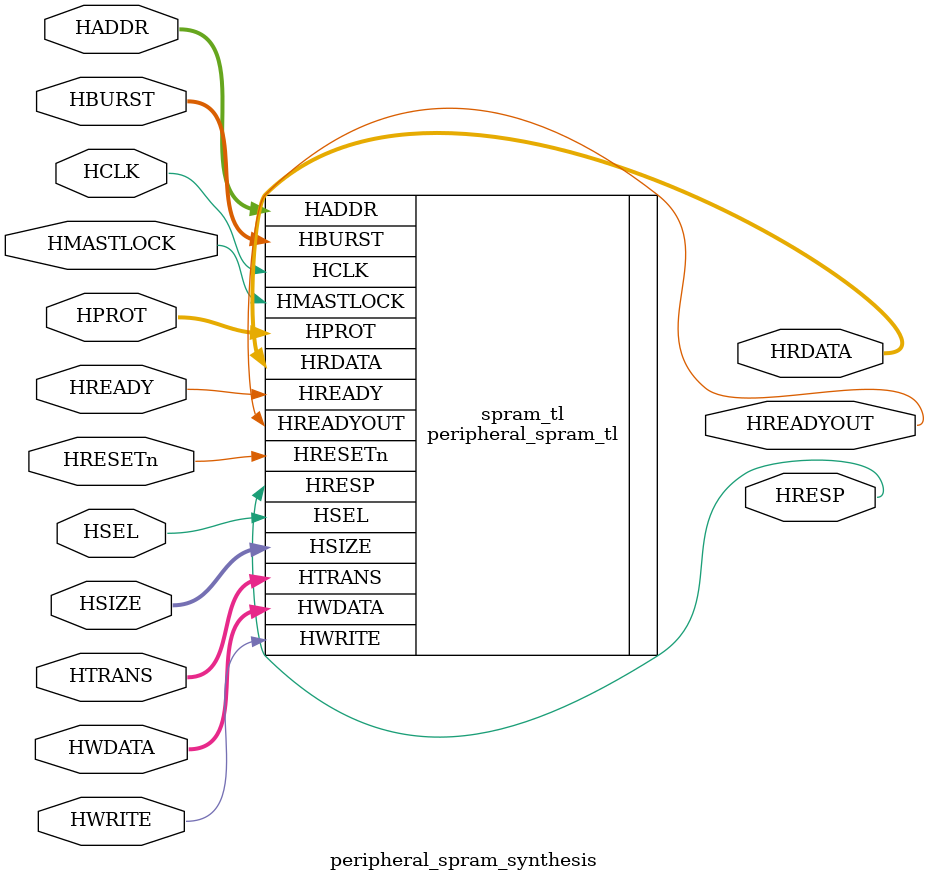
<source format=sv>

module peripheral_spram_synthesis #(
  parameter MEM_SIZE          = 256,        // Memory in Bytes
  parameter MEM_DEPTH         = 256,        // Memory depth
  parameter PLEN              = 8,
  parameter XLEN              = 32,
  parameter TECHNOLOGY        = "GENERIC",
  parameter REGISTERED_OUTPUT = "NO"
) (
  input HRESETn,
  input HCLK,

  input                 HSEL,
  input      [PLEN-1:0] HADDR,
  input      [XLEN-1:0] HWDATA,
  output reg [XLEN-1:0] HRDATA,
  input                 HWRITE,
  input      [     2:0] HSIZE,
  input      [     2:0] HBURST,
  input      [     3:0] HPROT,
  input      [     1:0] HTRANS,
  input                 HMASTLOCK,
  output reg            HREADYOUT,
  input                 HREADY,
  output                HRESP
);

  //////////////////////////////////////////////////////////////////////////////
  // Body
  //////////////////////////////////////////////////////////////////////////////

  // DUT AHB4
  peripheral_spram_tl #(
    .MEM_SIZE         (MEM_SIZE),
    .MEM_DEPTH        (MEM_DEPTH),
    .PLEN             (PLEN),
    .XLEN             (XLEN),
    .TECHNOLOGY       (TECHNOLOGY),
    .REGISTERED_OUTPUT(REGISTERED_OUTPUT)
  ) spram_tl (
    .HRESETn(HRESETn),
    .HCLK   (HCLK),

    .HSEL     (HSEL),
    .HADDR    (HADDR),
    .HWDATA   (HWDATA),
    .HRDATA   (HRDATA),
    .HWRITE   (HWRITE),
    .HSIZE    (HSIZE),
    .HBURST   (HBURST),
    .HPROT    (HPROT),
    .HTRANS   (HTRANS),
    .HMASTLOCK(HMASTLOCK),
    .HREADYOUT(HREADYOUT),
    .HREADY   (HREADY),
    .HRESP    (HRESP)
  );
endmodule

</source>
